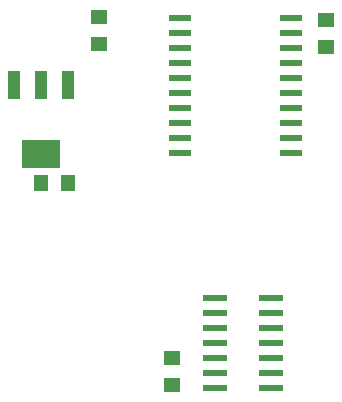
<source format=gtp>
G04*
G04 #@! TF.GenerationSoftware,Altium Limited,Altium Designer,18.1.5 (160)*
G04*
G04 Layer_Color=8421504*
%FSTAX24Y24*%
%MOIN*%
G70*
G01*
G75*
%ADD19R,0.0550X0.0500*%
%ADD20R,0.0500X0.0550*%
%ADD21R,0.0394X0.0945*%
%ADD22R,0.1299X0.0945*%
%ADD23R,0.0810X0.0240*%
%ADD24R,0.0780X0.0220*%
D19*
X009571Y039265D02*
D03*
Y040165D02*
D03*
X012001Y027885D02*
D03*
Y028785D02*
D03*
X017131Y040045D02*
D03*
Y039145D02*
D03*
D20*
X008521Y034605D02*
D03*
X007621D02*
D03*
D21*
X008547Y037866D02*
D03*
X007641D02*
D03*
X006736D02*
D03*
D22*
X007641Y035583D02*
D03*
D23*
X015311Y027775D02*
D03*
Y028275D02*
D03*
Y028775D02*
D03*
Y029275D02*
D03*
Y029775D02*
D03*
Y030275D02*
D03*
Y030775D02*
D03*
X013421D02*
D03*
Y030275D02*
D03*
Y029775D02*
D03*
Y029275D02*
D03*
Y028775D02*
D03*
Y028275D02*
D03*
Y027775D02*
D03*
D24*
X012281Y040125D02*
D03*
Y039625D02*
D03*
Y039125D02*
D03*
Y038625D02*
D03*
Y038125D02*
D03*
Y037625D02*
D03*
Y037125D02*
D03*
Y036625D02*
D03*
Y036125D02*
D03*
Y035625D02*
D03*
X015961D02*
D03*
Y036125D02*
D03*
Y036625D02*
D03*
Y037125D02*
D03*
Y037625D02*
D03*
Y038125D02*
D03*
Y038625D02*
D03*
Y039125D02*
D03*
Y039625D02*
D03*
Y040125D02*
D03*
M02*

</source>
